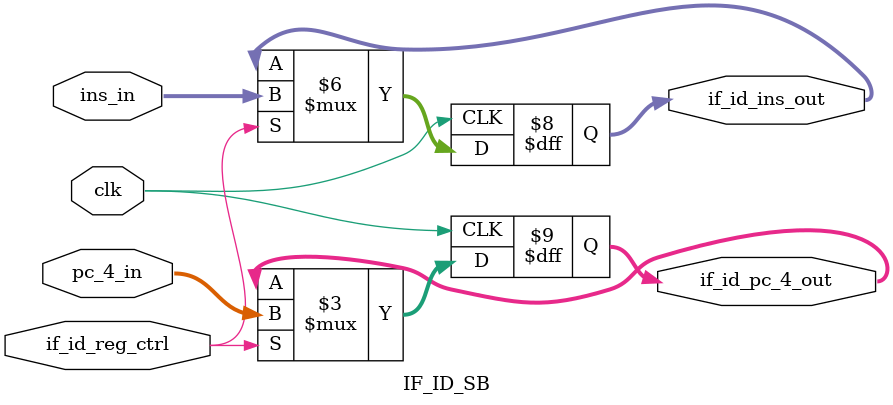
<source format=v>
module IF_ID_SB(
  pc_4_in,
  ins_in,
  if_id_reg_ctrl,
  clk,
  if_id_ins_out,
  if_id_pc_4_out
  );
  
  input [31:0] pc_4_in, ins_in;
  input if_id_reg_ctrl, clk;
  output reg [31:0] if_id_ins_out;
  output reg [31:0] if_id_pc_4_out;
  
  always@(posedge clk)
    begin
      if(if_id_reg_ctrl)
        begin
          if_id_ins_out = ins_in;
          if_id_pc_4_out = pc_4_in;
        end
    end
  
endmodule

</source>
